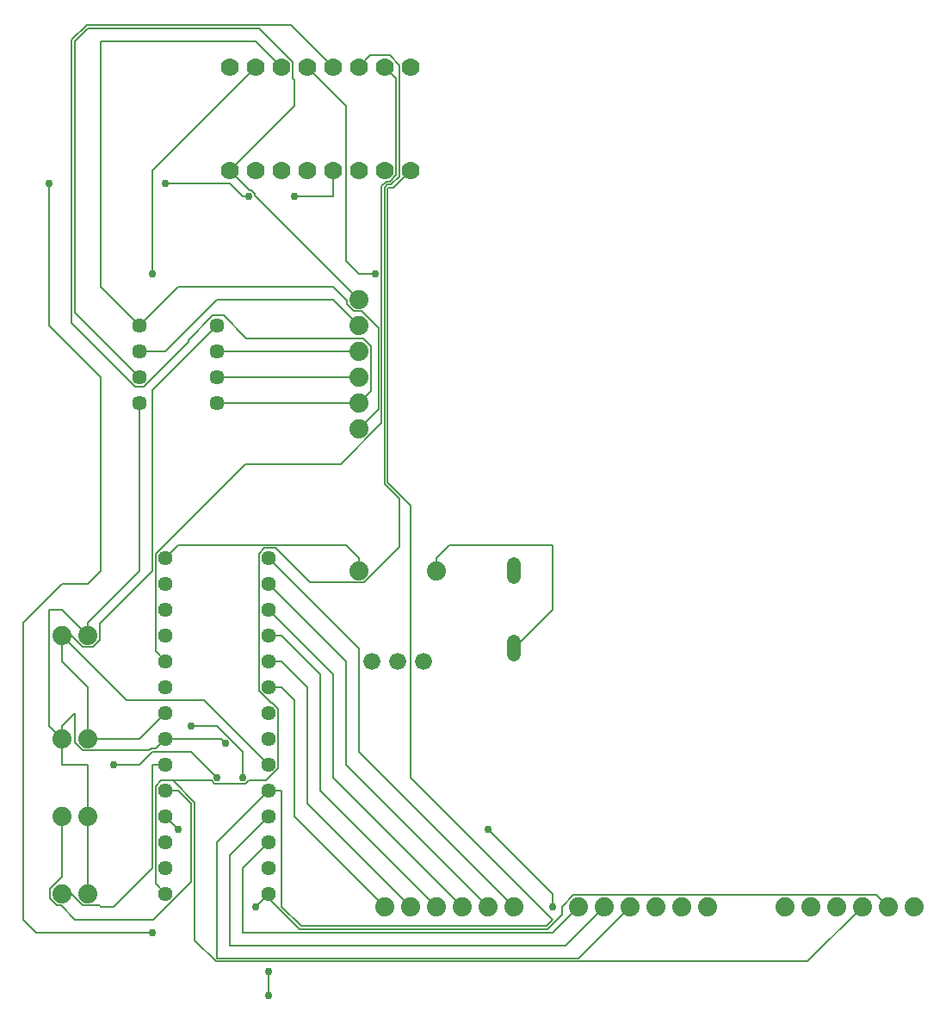
<source format=gbr>
G04 EAGLE Gerber RS-274X export*
G75*
%MOMM*%
%FSLAX34Y34*%
%LPD*%
%INTop Copper*%
%IPPOS*%
%AMOC8*
5,1,8,0,0,1.08239X$1,22.5*%
G01*
G04 Define Apertures*
%ADD10C,1.879600*%
%ADD11C,1.441000*%
%ADD12C,1.451900*%
%ADD13C,1.778000*%
%ADD14C,1.320800*%
%ADD15C,1.676400*%
%ADD16C,0.152400*%
%ADD17C,0.756400*%
D10*
X76200Y88900D03*
X101600Y88900D03*
X76200Y165100D03*
X101600Y165100D03*
X76200Y241300D03*
X101600Y241300D03*
D11*
X177800Y419100D03*
X177800Y393700D03*
X177800Y368300D03*
X177800Y342900D03*
X177800Y317500D03*
X177800Y292100D03*
X177800Y266700D03*
X177800Y241300D03*
X177800Y215900D03*
X177800Y190500D03*
X177800Y165100D03*
X177800Y139700D03*
X177800Y114300D03*
X177800Y88900D03*
X279400Y88900D03*
X279400Y114300D03*
X279400Y139700D03*
X279400Y165100D03*
X279400Y190500D03*
X279400Y215900D03*
X279400Y241300D03*
X279400Y266700D03*
X279400Y292100D03*
X279400Y317500D03*
X279400Y342900D03*
X279400Y368300D03*
X279400Y393700D03*
X279400Y419100D03*
D12*
X152400Y647700D03*
X152400Y622300D03*
X152400Y596900D03*
X152400Y571500D03*
X228600Y571500D03*
X228600Y596900D03*
X228600Y622300D03*
X228600Y647700D03*
D10*
X76200Y342900D03*
X101600Y342900D03*
X393700Y76200D03*
X419100Y76200D03*
X444500Y76200D03*
X469900Y76200D03*
X495300Y76200D03*
X520700Y76200D03*
X787400Y76200D03*
X812800Y76200D03*
X838200Y76200D03*
X863600Y76200D03*
X889000Y76200D03*
X914400Y76200D03*
X584200Y76200D03*
X609600Y76200D03*
X635000Y76200D03*
X660400Y76200D03*
X685800Y76200D03*
X711200Y76200D03*
X368300Y546100D03*
X368300Y571500D03*
X368300Y596900D03*
X368300Y622300D03*
X368300Y647700D03*
X368300Y673100D03*
D13*
X241300Y800100D03*
X266700Y800100D03*
X292100Y800100D03*
X317500Y800100D03*
X342900Y800100D03*
X368300Y800100D03*
X419100Y800100D03*
X393700Y800100D03*
X419100Y901700D03*
X292100Y901700D03*
X317500Y901700D03*
X342900Y901700D03*
X393700Y901700D03*
X368300Y901700D03*
X266700Y901700D03*
X241300Y901700D03*
D10*
X368300Y406400D03*
X444500Y406400D03*
D14*
X520700Y336804D02*
X520700Y323596D01*
X520700Y399796D02*
X520700Y413004D01*
D15*
X381000Y317500D03*
X406400Y317500D03*
X431800Y317500D03*
D16*
X85076Y88900D02*
X76200Y88900D01*
X113284Y77216D02*
X114300Y76200D01*
X96760Y77216D02*
X85076Y88900D01*
X96760Y77216D02*
X113284Y77216D01*
X114300Y76200D02*
X127000Y76200D01*
X165100Y114300D01*
X165100Y215900D01*
X177800Y215900D01*
X64516Y93740D02*
X64516Y84060D01*
X71360Y77216D01*
X76200Y105424D02*
X76200Y165100D01*
X75184Y77216D02*
X71360Y77216D01*
X64516Y93740D02*
X76200Y105424D01*
X75184Y77216D02*
X88900Y63500D01*
X165822Y63500D01*
X203200Y100878D01*
X203200Y177800D01*
X190500Y190500D01*
X177800Y190500D01*
X101600Y241300D02*
X101600Y292100D01*
X76200Y317500D01*
X76200Y342900D01*
X177800Y266700D02*
X152400Y241300D01*
X101600Y241300D01*
X139700Y279400D02*
X76200Y342900D01*
X139700Y279400D02*
X215900Y279400D01*
X279400Y215900D01*
X106440Y331216D02*
X96760Y331216D01*
X106440Y331216D02*
X113284Y338060D01*
X85076Y342900D02*
X76200Y342900D01*
X113284Y354584D02*
X165100Y406400D01*
X96760Y331216D02*
X85076Y342900D01*
X113284Y338060D02*
X113284Y354584D01*
X165100Y406400D02*
X165100Y584200D01*
X228600Y647700D01*
X190500Y431800D02*
X177800Y419100D01*
X190500Y431800D02*
X355600Y431800D01*
X368300Y419100D01*
X368300Y406400D01*
X520700Y330200D02*
X558800Y368300D01*
X558800Y431800D01*
X457200Y431800D01*
X444500Y419100D01*
X444500Y406400D01*
X101600Y165100D02*
X101600Y88900D01*
X101600Y165100D02*
X101600Y215900D01*
X76200Y215900D01*
X76200Y241300D01*
X76200Y254000D02*
X88900Y266700D01*
X76200Y254000D02*
X76200Y241300D01*
X63500Y254000D01*
X63500Y368300D01*
X76200Y368300D01*
X101600Y342900D01*
X101600Y355600D01*
X152400Y406400D01*
X152400Y571500D01*
X177800Y241300D02*
X168148Y231648D01*
X88900Y237476D02*
X88900Y266700D01*
X163837Y231648D02*
X168148Y231648D01*
X163837Y231648D02*
X161805Y229616D01*
X96760Y229616D01*
X88900Y237476D01*
D17*
X237009Y237009D03*
D16*
X232719Y241300D02*
X177800Y241300D01*
X232719Y241300D02*
X237009Y237009D01*
X304800Y165100D02*
X393700Y76200D01*
X304800Y165100D02*
X304800Y279400D01*
X292100Y292100D01*
X279400Y292100D01*
X317500Y177800D02*
X419100Y76200D01*
X317500Y177800D02*
X317500Y292100D01*
X292100Y317500D01*
X279400Y317500D01*
X330200Y190500D02*
X444500Y76200D01*
X330200Y190500D02*
X330200Y304800D01*
X292100Y342900D01*
X279400Y342900D01*
X342900Y203200D02*
X469900Y76200D01*
X342900Y203200D02*
X342900Y304800D01*
X279400Y368300D01*
X355600Y215900D02*
X495300Y76200D01*
X355600Y215900D02*
X355600Y317500D01*
X279400Y393700D01*
X368300Y228600D02*
X520700Y76200D01*
X368300Y228600D02*
X368300Y330200D01*
X279400Y419100D01*
X168309Y98391D02*
X177800Y88900D01*
X168309Y98391D02*
X168309Y194431D01*
X173869Y199991D01*
X185320Y199991D01*
X206699Y178611D01*
X206699Y42990D01*
X227337Y22352D01*
X809752Y22352D01*
X863600Y76200D01*
X368300Y901700D02*
X379476Y912876D01*
X398329Y912876D01*
X407924Y903281D01*
X407924Y429500D02*
X373140Y394716D01*
X320049Y394716D01*
X286174Y428591D01*
X275469Y428591D01*
X269909Y423031D01*
X269909Y288169D01*
X281535Y276542D01*
X282980Y276542D01*
X288891Y270631D01*
X288891Y211969D01*
X168309Y194431D02*
X168309Y98391D01*
X177800Y88900D01*
X277074Y200152D02*
X288891Y211969D01*
X226087Y197132D02*
X223228Y199991D01*
X173869Y199991D01*
X168309Y194431D01*
X259534Y200152D02*
X277074Y200152D01*
X259534Y200152D02*
X256514Y197132D01*
X226087Y197132D01*
X393519Y491821D02*
X393519Y783056D01*
X396339Y785876D02*
X399592Y785876D01*
X396339Y785876D02*
X393519Y783056D01*
X407924Y477416D02*
X407924Y429500D01*
X407924Y477416D02*
X393519Y491821D01*
X407924Y794208D02*
X407924Y903281D01*
X407924Y794208D02*
X399592Y785876D01*
X279400Y84589D02*
X309887Y54102D01*
X553713Y54102D01*
X567638Y68027D01*
X567638Y76162D01*
X579360Y87884D01*
X877316Y87884D01*
X889000Y76200D01*
X279400Y84589D02*
X279400Y88900D01*
X266700Y76200D01*
D17*
X266700Y76200D03*
X165100Y50800D03*
D16*
X50800Y50800D01*
X38100Y63500D01*
X38100Y355600D01*
X76200Y393700D01*
X101600Y393700D01*
X114300Y406400D01*
X114300Y596900D01*
X63500Y647700D01*
X63500Y787400D01*
D17*
X63500Y787400D03*
X177800Y787400D03*
D16*
X241300Y787400D01*
X254000Y774700D01*
D17*
X304800Y774700D03*
D16*
X342900Y774700D01*
X342900Y800100D01*
D17*
X260068Y774700D03*
D16*
X254000Y774700D01*
D17*
X279400Y12700D03*
X203200Y254000D03*
D16*
X228600Y254000D01*
X254000Y228600D01*
X254000Y203200D01*
D17*
X254000Y203200D03*
X279400Y-11458D03*
D16*
X279400Y12700D01*
X558800Y50800D02*
X584200Y76200D01*
X558800Y50800D02*
X254000Y50800D01*
X254000Y114300D01*
X279400Y139700D01*
X355600Y863600D02*
X317500Y901700D01*
X355600Y863600D02*
X355600Y711200D01*
X368300Y698500D01*
D17*
X495300Y152400D03*
D16*
X558800Y88900D01*
X558800Y76200D01*
D17*
X558800Y76200D03*
X384403Y698500D03*
D16*
X368300Y698500D01*
X609600Y76200D02*
X571500Y38100D01*
X241300Y38100D01*
X241300Y127000D01*
X279400Y165100D01*
X584200Y25400D02*
X635000Y76200D01*
X584200Y25400D02*
X228600Y25400D01*
X228600Y139700D01*
X279400Y190500D01*
X419100Y203200D02*
X558800Y63500D01*
X552450Y57150D01*
X311150Y57150D01*
X292100Y76200D01*
X292100Y190500D01*
X279400Y190500D01*
X396567Y493083D02*
X396567Y781794D01*
X400854Y782828D02*
X401159Y783133D01*
X400854Y782828D02*
X397601Y782828D01*
X396567Y781794D01*
X402133Y783133D02*
X419100Y800100D01*
X402133Y783133D02*
X401159Y783133D01*
X419100Y470550D02*
X419100Y203200D01*
X419100Y470550D02*
X396567Y493083D01*
X152400Y596900D02*
X88900Y660400D01*
X88900Y927100D01*
X101600Y939800D01*
X303276Y890524D02*
X304800Y889000D01*
X303276Y890524D02*
X303276Y906329D01*
X269805Y939800D02*
X101600Y939800D01*
X269805Y939800D02*
X303276Y906329D01*
X304800Y889000D02*
X304800Y863600D01*
X241300Y800100D01*
X266136Y775264D02*
X368300Y673100D01*
X266136Y775264D02*
X266136Y777214D01*
X262582Y780768D01*
X260632Y780768D01*
X241300Y800100D01*
X177800Y622300D02*
X152400Y622300D01*
X177800Y622300D02*
X228600Y673100D01*
X342900Y673100D01*
X368300Y647700D01*
X368300Y622300D02*
X228600Y622300D01*
X228600Y596900D02*
X368300Y596900D01*
X368300Y571500D02*
X228600Y571500D01*
X342900Y901700D02*
X301752Y942848D01*
X100337Y942848D01*
X85852Y928363D01*
X85852Y649949D01*
X148446Y587355D01*
X156354Y587355D01*
X200294Y631295D01*
X200294Y632894D01*
X224646Y657246D01*
X235003Y657246D01*
X257249Y635000D01*
X372124Y635000D01*
X379984Y627140D01*
X379984Y583184D01*
X368300Y571500D01*
X152400Y647700D02*
X114300Y685800D01*
X114300Y927100D01*
X266700Y927100D01*
X292100Y901700D01*
X190500Y685800D02*
X152400Y647700D01*
X190500Y685800D02*
X342900Y685800D01*
X356616Y668260D02*
X363460Y661416D01*
X356616Y672084D02*
X342900Y685800D01*
X356616Y672084D02*
X356616Y668260D01*
X387423Y565223D02*
X368300Y546100D01*
X371108Y661416D02*
X363460Y661416D01*
X371108Y661416D02*
X387423Y645101D01*
X387423Y565223D01*
X404876Y890524D02*
X393700Y901700D01*
X350038Y511314D02*
X256592Y511314D01*
X168309Y423031D01*
X168309Y326991D01*
X177800Y317500D01*
X350038Y511314D02*
X390471Y551747D01*
X390471Y784319D01*
X395076Y788924D01*
X398329Y788924D01*
X404876Y795471D02*
X404876Y890524D01*
X404876Y795471D02*
X398329Y788924D01*
X266700Y901700D02*
X165100Y800100D01*
X165100Y698500D01*
D17*
X165100Y698500D03*
X127000Y215900D03*
D16*
X152400Y215900D01*
X165100Y228600D01*
X203200Y228600D01*
X228600Y203200D01*
D17*
X228600Y203200D03*
X190500Y152400D03*
D16*
X177800Y165100D01*
M02*

</source>
